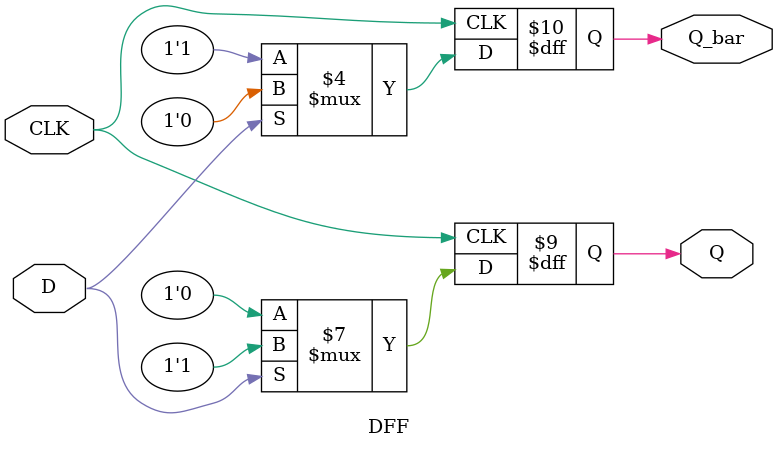
<source format=v>
module DFF(D,Q,Q_bar,CLK);
    input D,CLK;
    output Q,Q_bar;
    reg Q,Q_bar;

    always@(posedge CLK)
        if(D == 0) begin
            Q = 0;
            Q_bar = 1;
        end else begin
            Q = 1;
            Q_bar = 0;
        end

endmodule   
</source>
